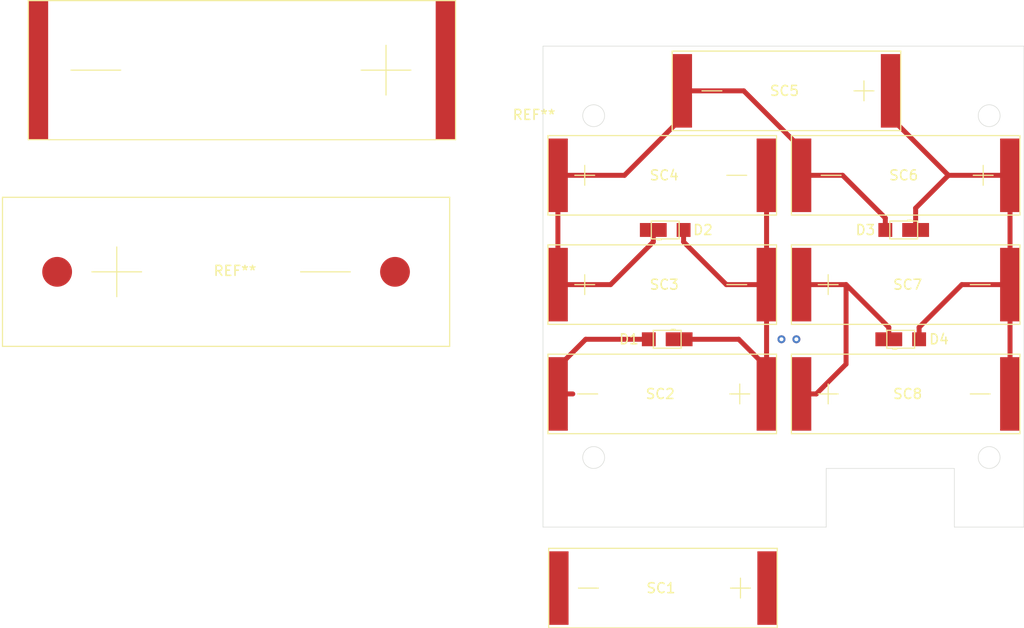
<source format=kicad_pcb>
(kicad_pcb (version 20171130) (host pcbnew "(5.1.4)-1")

  (general
    (thickness 1.6)
    (drawings 12)
    (tracks 48)
    (zones 0)
    (modules 14)
    (nets 6)
  )

  (page A4)
  (layers
    (0 F.Cu signal)
    (1 In1.Cu signal)
    (2 In2.Cu signal)
    (3 In3.Cu signal)
    (4 In4.Cu signal)
    (31 B.Cu signal)
    (32 B.Adhes user)
    (33 F.Adhes user)
    (34 B.Paste user)
    (35 F.Paste user)
    (36 B.SilkS user)
    (37 F.SilkS user)
    (38 B.Mask user)
    (39 F.Mask user)
    (40 Dwgs.User user)
    (41 Cmts.User user)
    (42 Eco1.User user)
    (43 Eco2.User user)
    (44 Edge.Cuts user)
    (45 Margin user)
    (46 B.CrtYd user)
    (47 F.CrtYd user)
    (48 B.Fab user)
    (49 F.Fab user)
  )

  (setup
    (last_trace_width 0.25)
    (user_trace_width 0.127)
    (user_trace_width 0.5)
    (user_trace_width 1)
    (trace_clearance 0.2)
    (zone_clearance 0.508)
    (zone_45_only no)
    (trace_min 0.2)
    (via_size 0.8)
    (via_drill 0.4)
    (via_min_size 0.4)
    (via_min_drill 0.3)
    (uvia_size 0.3)
    (uvia_drill 0.1)
    (uvias_allowed no)
    (uvia_min_size 0.2)
    (uvia_min_drill 0.1)
    (edge_width 0.05)
    (segment_width 0.2)
    (pcb_text_width 0.3)
    (pcb_text_size 1.5 1.5)
    (mod_edge_width 0.12)
    (mod_text_size 1 1)
    (mod_text_width 0.15)
    (pad_size 2.7 1.4)
    (pad_drill 0)
    (pad_to_mask_clearance 0.051)
    (solder_mask_min_width 0.25)
    (aux_axis_origin 0 0)
    (visible_elements 7FFFFFFF)
    (pcbplotparams
      (layerselection 0x010fc_ffffffff)
      (usegerberextensions false)
      (usegerberattributes false)
      (usegerberadvancedattributes false)
      (creategerberjobfile false)
      (excludeedgelayer true)
      (linewidth 0.100000)
      (plotframeref false)
      (viasonmask false)
      (mode 1)
      (useauxorigin false)
      (hpglpennumber 1)
      (hpglpenspeed 20)
      (hpglpendiameter 15.000000)
      (psnegative false)
      (psa4output false)
      (plotreference true)
      (plotvalue true)
      (plotinvisibletext false)
      (padsonsilk false)
      (subtractmaskfromsilk false)
      (outputformat 1)
      (mirror false)
      (drillshape 1)
      (scaleselection 1)
      (outputdirectory ""))
  )

  (net 0 "")
  (net 1 "Net-(D1-Pad2)")
  (net 2 "Net-(D1-Pad1)")
  (net 3 "Net-(D2-Pad1)")
  (net 4 "Net-(D3-Pad1)")
  (net 5 "Net-(D4-Pad1)")

  (net_class Default "This is the default net class."
    (clearance 0.2)
    (trace_width 0.25)
    (via_dia 0.8)
    (via_drill 0.4)
    (uvia_dia 0.3)
    (uvia_drill 0.1)
    (add_net "Net-(D1-Pad1)")
    (add_net "Net-(D1-Pad2)")
    (add_net "Net-(D2-Pad1)")
    (add_net "Net-(D3-Pad1)")
    (add_net "Net-(D4-Pad1)")
  )

  (module SolarCellX:SM141K04LV (layer F.Cu) (tedit 5DB0AC96) (tstamp 5DB10080)
    (at 35.6078 62.7126)
    (fp_text reference REF** (at 23.4 -0.1) (layer F.SilkS)
      (effects (font (size 1 1) (thickness 0.15)))
    )
    (fp_text value SM141K04LV (at 23.4 -5.6) (layer F.Fab)
      (effects (font (size 1 1) (thickness 0.15)))
    )
    (fp_line (start 30 0) (end 35 0) (layer F.SilkS) (width 0.12))
    (fp_line (start 9 0) (end 14 0) (layer F.SilkS) (width 0.12))
    (fp_line (start 11.5 -2.5) (end 11.5 2.5) (layer F.SilkS) (width 0.12))
    (fp_line (start 45 7.5) (end 0 7.5) (layer F.SilkS) (width 0.12))
    (fp_line (start 45 7.5) (end 45 -7.5) (layer F.SilkS) (width 0.12))
    (fp_line (start 0 -7.5) (end 45 -7.5) (layer F.SilkS) (width 0.12))
    (fp_line (start 0 7.5) (end 0 -7.5) (layer F.SilkS) (width 0.12))
    (pad 2 smd circle (at 39.5 0) (size 3 3) (layers F.Cu F.Paste F.Mask))
    (pad 1 smd circle (at 5.5 0) (size 3 3) (layers F.Cu F.Paste F.Mask))
  )

  (module SolarCellX:SM111K04L (layer F.Cu) (tedit 5DB0ADC4) (tstamp 5DB0FFEC)
    (at 81.2038 42.418 180)
    (fp_text reference REF** (at -7.9 -4.5) (layer F.SilkS)
      (effects (font (size 1 1) (thickness 0.15)))
    )
    (fp_text value SM111K04L (at -7.9 -5.5) (layer F.Fab)
      (effects (font (size 1 1) (thickness 0.15)))
    )
    (fp_line (start 33.7 0) (end 38.7 0) (layer F.SilkS) (width 0.12))
    (fp_line (start 4.5 0) (end 9.5 0) (layer F.SilkS) (width 0.12))
    (fp_line (start 7 -2.5) (end 7 2.5) (layer F.SilkS) (width 0.12))
    (fp_line (start 0 7) (end 43 7) (layer F.SilkS) (width 0.12))
    (fp_line (start 43 -7) (end 43 7) (layer F.SilkS) (width 0.12))
    (fp_line (start 0 -7) (end 43 -7) (layer F.SilkS) (width 0.12))
    (fp_line (start 0 7) (end 0 -7) (layer F.SilkS) (width 0.12))
    (pad 2 smd rect (at 42 0 180) (size 2 14) (layers F.Cu F.Paste F.Mask))
    (pad 1 smd rect (at 1 0 180) (size 2 14) (layers F.Cu F.Paste F.Mask))
  )

  (module SolarCellX:KXOB25-05X3F (layer F.Cu) (tedit 5DADF49B) (tstamp 5DAEAB85)
    (at 116 75)
    (path /5DAF4610)
    (fp_text reference SC8 (at 10.7 0) (layer F.SilkS)
      (effects (font (size 1 1) (thickness 0.15)))
    )
    (fp_text value KXOB25-05X3F (at 10.3 -2) (layer F.Fab)
      (effects (font (size 1 1) (thickness 0.15)))
    )
    (fp_line (start 17 0) (end 19 0) (layer F.SilkS) (width 0.12))
    (fp_line (start 1.7 0) (end 3.7 0) (layer F.SilkS) (width 0.12))
    (fp_line (start 2.7 -1) (end 2.7 1) (layer F.SilkS) (width 0.12))
    (fp_line (start -1 4) (end -1 -4) (layer F.SilkS) (width 0.12))
    (fp_line (start 22 4) (end -1 4) (layer F.SilkS) (width 0.12))
    (fp_line (start 22 -4) (end 22 4) (layer F.SilkS) (width 0.12))
    (fp_line (start -1 -4) (end 22 -4) (layer F.SilkS) (width 0.12))
    (pad 2 smd rect (at 21 0) (size 2 7.4) (layers F.Cu F.Paste F.Mask)
      (net 4 "Net-(D3-Pad1)"))
    (pad 1 smd rect (at 0 0) (size 2 7.4) (layers F.Cu F.Paste F.Mask)
      (net 5 "Net-(D4-Pad1)"))
  )

  (module SolarCellX:KXOB25-05X3F (layer F.Cu) (tedit 5DADF49B) (tstamp 5DAEB173)
    (at 116 64)
    (path /5DAF4616)
    (fp_text reference SC7 (at 10.7 0) (layer F.SilkS)
      (effects (font (size 1 1) (thickness 0.15)))
    )
    (fp_text value KXOB25-05X3F (at 10.3 -1.5) (layer F.Fab)
      (effects (font (size 1 1) (thickness 0.15)))
    )
    (fp_line (start 17 0) (end 19 0) (layer F.SilkS) (width 0.12))
    (fp_line (start 1.7 0) (end 3.7 0) (layer F.SilkS) (width 0.12))
    (fp_line (start 2.7 -1) (end 2.7 1) (layer F.SilkS) (width 0.12))
    (fp_line (start -1 4) (end -1 -4) (layer F.SilkS) (width 0.12))
    (fp_line (start 22 4) (end -1 4) (layer F.SilkS) (width 0.12))
    (fp_line (start 22 -4) (end 22 4) (layer F.SilkS) (width 0.12))
    (fp_line (start -1 -4) (end 22 -4) (layer F.SilkS) (width 0.12))
    (pad 2 smd rect (at 21 0) (size 2 7.4) (layers F.Cu F.Paste F.Mask)
      (net 4 "Net-(D3-Pad1)"))
    (pad 1 smd rect (at 0 0) (size 2 7.4) (layers F.Cu F.Paste F.Mask)
      (net 5 "Net-(D4-Pad1)"))
  )

  (module "SolarCellX:SB Diode" (layer F.Cu) (tedit 5DADF414) (tstamp 5DAEAADB)
    (at 126 69.5)
    (path /5DAF461C)
    (fp_text reference D4 (at 3.85 0) (layer F.SilkS)
      (effects (font (size 1 1) (thickness 0.15)))
    )
    (fp_text value SBDiode (at -6.15 0) (layer F.Fab)
      (effects (font (size 1 1) (thickness 0.15)))
    )
    (fp_line (start -0.8 1) (end -0.4 1) (layer F.SilkS) (width 0.12))
    (fp_line (start -1.4 -0.9) (end 1.4 -0.9) (layer F.SilkS) (width 0.12))
    (fp_line (start -1.4 0.9) (end -1.4 -0.9) (layer F.SilkS) (width 0.12))
    (fp_line (start 1.4 0.9) (end -1.4 0.9) (layer F.SilkS) (width 0.12))
    (fp_line (start 1.4 -0.9) (end 1.4 0.9) (layer F.SilkS) (width 0.12))
    (pad 2 smd rect (at 1.85 0) (size 1.4 1.4) (layers F.Cu F.Paste F.Mask)
      (net 4 "Net-(D3-Pad1)"))
    (pad 1 smd rect (at -1.2 0) (size 2.7 1.4) (layers F.Cu F.Paste F.Mask)
      (net 5 "Net-(D4-Pad1)"))
  )

  (module SolarCellX:KXOB25-05X3F (layer F.Cu) (tedit 5DADF49B) (tstamp 5DAEA8D9)
    (at 112.5 75 180)
    (path /5DAE7285)
    (fp_text reference SC2 (at 10.7 0) (layer F.SilkS)
      (effects (font (size 1 1) (thickness 0.15)))
    )
    (fp_text value KXOB25-05X3F (at 10.3 -1.5) (layer F.Fab)
      (effects (font (size 1 1) (thickness 0.15)))
    )
    (fp_line (start 17 0) (end 19 0) (layer F.SilkS) (width 0.12))
    (fp_line (start 1.7 0) (end 3.7 0) (layer F.SilkS) (width 0.12))
    (fp_line (start 2.7 -1) (end 2.7 1) (layer F.SilkS) (width 0.12))
    (fp_line (start -1 4) (end -1 -4) (layer F.SilkS) (width 0.12))
    (fp_line (start 22 4) (end -1 4) (layer F.SilkS) (width 0.12))
    (fp_line (start 22 -4) (end 22 4) (layer F.SilkS) (width 0.12))
    (fp_line (start -1 -4) (end 22 -4) (layer F.SilkS) (width 0.12))
    (pad 2 smd rect (at 21 0 180) (size 2 7.4) (layers F.Cu F.Paste F.Mask)
      (net 1 "Net-(D1-Pad2)"))
    (pad 1 smd rect (at 0 0 180) (size 2 7.4) (layers F.Cu F.Paste F.Mask)
      (net 2 "Net-(D1-Pad1)"))
  )

  (module SolarCellX:KXOB25-05X3F (layer F.Cu) (tedit 5DADF49B) (tstamp 5DAEA8CC)
    (at 91.5 53)
    (path /5DAE6992)
    (fp_text reference SC4 (at 10.7 0 180) (layer F.SilkS)
      (effects (font (size 1 1) (thickness 0.15)))
    )
    (fp_text value KXOB25-05X3F (at 10.3 -1.5) (layer F.Fab)
      (effects (font (size 1 1) (thickness 0.15)))
    )
    (fp_line (start 17 0) (end 19 0) (layer F.SilkS) (width 0.12))
    (fp_line (start 1.7 0) (end 3.7 0) (layer F.SilkS) (width 0.12))
    (fp_line (start 2.7 -1) (end 2.7 1) (layer F.SilkS) (width 0.12))
    (fp_line (start -1 4) (end -1 -4) (layer F.SilkS) (width 0.12))
    (fp_line (start 22 4) (end -1 4) (layer F.SilkS) (width 0.12))
    (fp_line (start 22 -4) (end 22 4) (layer F.SilkS) (width 0.12))
    (fp_line (start -1 -4) (end 22 -4) (layer F.SilkS) (width 0.12))
    (pad 2 smd rect (at 21 0) (size 2 7.4) (layers F.Cu F.Paste F.Mask)
      (net 2 "Net-(D1-Pad1)"))
    (pad 1 smd rect (at 0 0) (size 2 7.4) (layers F.Cu F.Paste F.Mask)
      (net 3 "Net-(D2-Pad1)"))
  )

  (module SolarCellX:KXOB25-05X3F (layer F.Cu) (tedit 5DADF49B) (tstamp 5DAEA8BF)
    (at 137 53 180)
    (path /5DAE79B4)
    (fp_text reference SC6 (at 10.7 0) (layer F.SilkS)
      (effects (font (size 1 1) (thickness 0.15)))
    )
    (fp_text value KXOB25-05X3F (at 10.5 -1.5) (layer F.Fab)
      (effects (font (size 1 1) (thickness 0.15)))
    )
    (fp_line (start 17 0) (end 19 0) (layer F.SilkS) (width 0.12))
    (fp_line (start 1.7 0) (end 3.7 0) (layer F.SilkS) (width 0.12))
    (fp_line (start 2.7 -1) (end 2.7 1) (layer F.SilkS) (width 0.12))
    (fp_line (start -1 4) (end -1 -4) (layer F.SilkS) (width 0.12))
    (fp_line (start 22 4) (end -1 4) (layer F.SilkS) (width 0.12))
    (fp_line (start 22 -4) (end 22 4) (layer F.SilkS) (width 0.12))
    (fp_line (start -1 -4) (end 22 -4) (layer F.SilkS) (width 0.12))
    (pad 2 smd rect (at 21 0 180) (size 2 7.4) (layers F.Cu F.Paste F.Mask)
      (net 3 "Net-(D2-Pad1)"))
    (pad 1 smd rect (at 0 0 180) (size 2 7.4) (layers F.Cu F.Paste F.Mask)
      (net 4 "Net-(D3-Pad1)"))
  )

  (module SolarCellX:KXOB25-05X3F (layer F.Cu) (tedit 5DADF49B) (tstamp 5DAEA8B2)
    (at 112.5728 94.5388 180)
    (path /5DAE6E79)
    (fp_text reference SC1 (at 10.7 0) (layer F.SilkS)
      (effects (font (size 1 1) (thickness 0.15)))
    )
    (fp_text value KXOB25-05X3F (at 10.3 -1.5) (layer F.Fab)
      (effects (font (size 1 1) (thickness 0.15)))
    )
    (fp_line (start 17 0) (end 19 0) (layer F.SilkS) (width 0.12))
    (fp_line (start 1.7 0) (end 3.7 0) (layer F.SilkS) (width 0.12))
    (fp_line (start 2.7 -1) (end 2.7 1) (layer F.SilkS) (width 0.12))
    (fp_line (start -1 4) (end -1 -4) (layer F.SilkS) (width 0.12))
    (fp_line (start 22 4) (end -1 4) (layer F.SilkS) (width 0.12))
    (fp_line (start 22 -4) (end 22 4) (layer F.SilkS) (width 0.12))
    (fp_line (start -1 -4) (end 22 -4) (layer F.SilkS) (width 0.12))
    (pad 2 smd rect (at 21 0 180) (size 2 7.4) (layers F.Cu F.Paste F.Mask)
      (net 1 "Net-(D1-Pad2)"))
    (pad 1 smd rect (at 0 0 180) (size 2 7.4) (layers F.Cu F.Paste F.Mask)
      (net 2 "Net-(D1-Pad1)"))
  )

  (module SolarCellX:KXOB25-05X3F (layer F.Cu) (tedit 5DADF49B) (tstamp 5DAEA8A5)
    (at 125 44.5 180)
    (path /5DAE788A)
    (fp_text reference SC5 (at 10.7 0) (layer F.SilkS)
      (effects (font (size 1 1) (thickness 0.15)))
    )
    (fp_text value KXOB25-05X3F (at 10.3 -1.5) (layer F.Fab)
      (effects (font (size 1 1) (thickness 0.15)))
    )
    (fp_line (start 17 0) (end 19 0) (layer F.SilkS) (width 0.12))
    (fp_line (start 1.7 0) (end 3.7 0) (layer F.SilkS) (width 0.12))
    (fp_line (start 2.7 -1) (end 2.7 1) (layer F.SilkS) (width 0.12))
    (fp_line (start -1 4) (end -1 -4) (layer F.SilkS) (width 0.12))
    (fp_line (start 22 4) (end -1 4) (layer F.SilkS) (width 0.12))
    (fp_line (start 22 -4) (end 22 4) (layer F.SilkS) (width 0.12))
    (fp_line (start -1 -4) (end 22 -4) (layer F.SilkS) (width 0.12))
    (pad 2 smd rect (at 21 0 180) (size 2 7.4) (layers F.Cu F.Paste F.Mask)
      (net 3 "Net-(D2-Pad1)"))
    (pad 1 smd rect (at 0 0 180) (size 2 7.4) (layers F.Cu F.Paste F.Mask)
      (net 4 "Net-(D3-Pad1)"))
  )

  (module SolarCellX:KXOB25-05X3F (layer F.Cu) (tedit 5DADF49B) (tstamp 5DAEA898)
    (at 91.5 64)
    (path /5DADFBE5)
    (fp_text reference SC3 (at 10.7 0) (layer F.SilkS)
      (effects (font (size 1 1) (thickness 0.15)))
    )
    (fp_text value KXOB25-05X3F (at 10 -2) (layer F.Fab)
      (effects (font (size 1 1) (thickness 0.15)))
    )
    (fp_line (start 17 0) (end 19 0) (layer F.SilkS) (width 0.12))
    (fp_line (start 1.7 0) (end 3.7 0) (layer F.SilkS) (width 0.12))
    (fp_line (start 2.7 -1) (end 2.7 1) (layer F.SilkS) (width 0.12))
    (fp_line (start -1 4) (end -1 -4) (layer F.SilkS) (width 0.12))
    (fp_line (start 22 4) (end -1 4) (layer F.SilkS) (width 0.12))
    (fp_line (start 22 -4) (end 22 4) (layer F.SilkS) (width 0.12))
    (fp_line (start -1 -4) (end 22 -4) (layer F.SilkS) (width 0.12))
    (pad 2 smd rect (at 21 0) (size 2 7.4) (layers F.Cu F.Paste F.Mask)
      (net 2 "Net-(D1-Pad1)"))
    (pad 1 smd rect (at 0 0) (size 2 7.4) (layers F.Cu F.Paste F.Mask)
      (net 3 "Net-(D2-Pad1)"))
  )

  (module "SolarCellX:SB Diode" (layer F.Cu) (tedit 5DAE3646) (tstamp 5DAEA88B)
    (at 102.5 69.5 180)
    (path /5DAE9C11)
    (fp_text reference D1 (at 3.85 0) (layer F.SilkS)
      (effects (font (size 1 1) (thickness 0.15)))
    )
    (fp_text value SBDiode (at -6.15 0) (layer F.Fab)
      (effects (font (size 1 1) (thickness 0.15)))
    )
    (fp_line (start -0.8 1) (end -0.4 1) (layer F.SilkS) (width 0.12))
    (fp_line (start -1.4 -0.9) (end 1.4 -0.9) (layer F.SilkS) (width 0.12))
    (fp_line (start -1.4 0.9) (end -1.4 -0.9) (layer F.SilkS) (width 0.12))
    (fp_line (start 1.4 0.9) (end -1.4 0.9) (layer F.SilkS) (width 0.12))
    (fp_line (start 1.4 -0.9) (end 1.4 0.9) (layer F.SilkS) (width 0.12))
    (pad 2 smd rect (at 1.85 0 180) (size 1.4 1.4) (layers F.Cu F.Paste F.Mask)
      (net 1 "Net-(D1-Pad2)"))
    (pad 1 smd rect (at -1.2 0 180) (size 2.7 1.4) (layers F.Cu F.Paste F.Mask)
      (net 2 "Net-(D1-Pad1)"))
  )

  (module "SolarCellX:SB Diode" (layer F.Cu) (tedit 5DADF414) (tstamp 5DAEA880)
    (at 102.3 58.5)
    (path /5DAE97C8)
    (fp_text reference D2 (at 3.8 0) (layer F.SilkS)
      (effects (font (size 1 1) (thickness 0.15)))
    )
    (fp_text value SBDiode (at -6.2 0) (layer F.Fab)
      (effects (font (size 1 1) (thickness 0.15)))
    )
    (fp_line (start -0.8 1) (end -0.4 1) (layer F.SilkS) (width 0.12))
    (fp_line (start -1.4 -0.9) (end 1.4 -0.9) (layer F.SilkS) (width 0.12))
    (fp_line (start -1.4 0.9) (end -1.4 -0.9) (layer F.SilkS) (width 0.12))
    (fp_line (start 1.4 0.9) (end -1.4 0.9) (layer F.SilkS) (width 0.12))
    (fp_line (start 1.4 -0.9) (end 1.4 0.9) (layer F.SilkS) (width 0.12))
    (pad 2 smd rect (at 1.85 0) (size 1.4 1.4) (layers F.Cu F.Paste F.Mask)
      (net 2 "Net-(D1-Pad1)"))
    (pad 1 smd rect (at -1.2 0) (size 2.7 1.4) (layers F.Cu F.Paste F.Mask)
      (net 3 "Net-(D2-Pad1)"))
  )

  (module "SolarCellX:SB Diode" (layer F.Cu) (tedit 5DADF414) (tstamp 5DAEA875)
    (at 126.3 58.5 180)
    (path /5DAE8800)
    (fp_text reference D3 (at 3.85 0) (layer F.SilkS)
      (effects (font (size 1 1) (thickness 0.15)))
    )
    (fp_text value SBDiode (at -6.15 0) (layer F.Fab)
      (effects (font (size 1 1) (thickness 0.15)))
    )
    (fp_line (start -0.8 1) (end -0.4 1) (layer F.SilkS) (width 0.12))
    (fp_line (start -1.4 -0.9) (end 1.4 -0.9) (layer F.SilkS) (width 0.12))
    (fp_line (start -1.4 0.9) (end -1.4 -0.9) (layer F.SilkS) (width 0.12))
    (fp_line (start 1.4 0.9) (end -1.4 0.9) (layer F.SilkS) (width 0.12))
    (fp_line (start 1.4 -0.9) (end 1.4 0.9) (layer F.SilkS) (width 0.12))
    (pad 2 smd rect (at 1.85 0 180) (size 1.4 1.4) (layers F.Cu F.Paste F.Mask)
      (net 3 "Net-(D2-Pad1)"))
    (pad 1 smd rect (at -1.2 0 180) (size 2.7 1.4) (layers F.Cu F.Paste F.Mask)
      (net 4 "Net-(D3-Pad1)"))
  )

  (gr_line (start 138.4 88.4) (end 131.4 88.4) (layer Edge.Cuts) (width 0.05))
  (gr_line (start 131.4 88.4) (end 131.4 82.5) (layer Edge.Cuts) (width 0.05))
  (gr_line (start 131.4 82.5) (end 118.5 82.5) (layer Edge.Cuts) (width 0.05))
  (gr_line (start 118.5 82.5) (end 118.5 88.4) (layer Edge.Cuts) (width 0.05))
  (gr_circle (center 95.1 81.4) (end 96.2 81.4) (layer Edge.Cuts) (width 0.05))
  (gr_circle (center 134.9 81.4) (end 136 81.4) (layer Edge.Cuts) (width 0.05))
  (gr_circle (center 134.9 47) (end 136 47) (layer Edge.Cuts) (width 0.05))
  (gr_circle (center 95.1 47) (end 96.2 47) (layer Edge.Cuts) (width 0.05))
  (gr_line (start 118.5 88.4) (end 90 88.4) (layer Edge.Cuts) (width 0.05))
  (gr_line (start 90 88.4) (end 90 40) (layer Edge.Cuts) (width 0.05) (tstamp 5DAE3ED1))
  (gr_line (start 138.4 40) (end 138.4 88.4) (layer Edge.Cuts) (width 0.05))
  (gr_line (start 90 40) (end 138.4 40) (layer Edge.Cuts) (width 0.05))

  (via (at 114 69.5) (size 0.8) (drill 0.4) (layers F.Cu B.Cu) (net 0))
  (via (at 115.5 69.5) (size 0.8) (drill 0.4) (layers F.Cu B.Cu) (net 0))
  (segment (start 91.5 75) (end 93 75) (width 0.5) (layer F.Cu) (net 1))
  (segment (start 91.5 72.3) (end 91.5 75) (width 0.5) (layer F.Cu) (net 1))
  (segment (start 94.3 69.5) (end 91.5 72.3) (width 0.5) (layer F.Cu) (net 1))
  (segment (start 100.65 69.5) (end 94.3 69.5) (width 0.5) (layer F.Cu) (net 1))
  (segment (start 112.5 75) (end 112.5 77.7) (width 0.5) (layer F.Cu) (net 2))
  (segment (start 112.5 72.3) (end 112.5 75) (width 0.5) (layer F.Cu) (net 2))
  (segment (start 109.7 69.5) (end 112.5 72.3) (width 0.5) (layer F.Cu) (net 2))
  (segment (start 103.7 69.5) (end 109.7 69.5) (width 0.5) (layer F.Cu) (net 2))
  (segment (start 112.5 70.8) (end 112.5 64) (width 0.5) (layer F.Cu) (net 2))
  (segment (start 112.5 75) (end 112.5 70.8) (width 0.5) (layer F.Cu) (net 2))
  (segment (start 104.15 59.7) (end 104.15 58.5) (width 0.5) (layer F.Cu) (net 2))
  (segment (start 108.45 64) (end 104.15 59.7) (width 0.5) (layer F.Cu) (net 2))
  (segment (start 112.5 64) (end 108.45 64) (width 0.5) (layer F.Cu) (net 2))
  (segment (start 112.5 57.2) (end 112.5 64) (width 0.5) (layer F.Cu) (net 2))
  (segment (start 112.5 53) (end 112.5 57.2) (width 0.5) (layer F.Cu) (net 2))
  (segment (start 101.1 59.7) (end 101.1 58.5) (width 0.5) (layer F.Cu) (net 3))
  (segment (start 96.8 64) (end 101.1 59.7) (width 0.5) (layer F.Cu) (net 3))
  (segment (start 91.5 64) (end 96.8 64) (width 0.5) (layer F.Cu) (net 3))
  (segment (start 91.5 64) (end 91.5 53) (width 0.5) (layer F.Cu) (net 3))
  (segment (start 104 47.2) (end 104 44.5) (width 0.5) (layer F.Cu) (net 3))
  (segment (start 98.2 53) (end 104 47.2) (width 0.5) (layer F.Cu) (net 3))
  (segment (start 91.5 53) (end 98.2 53) (width 0.5) (layer F.Cu) (net 3))
  (segment (start 116 50.3) (end 116 53) (width 0.5) (layer F.Cu) (net 3))
  (segment (start 110.2 44.5) (end 116 50.3) (width 0.5) (layer F.Cu) (net 3))
  (segment (start 104 44.5) (end 110.2 44.5) (width 0.5) (layer F.Cu) (net 3))
  (segment (start 124.45 57.3) (end 124.45 58.5) (width 0.5) (layer F.Cu) (net 3))
  (segment (start 120.15 53) (end 124.45 57.3) (width 0.5) (layer F.Cu) (net 3))
  (segment (start 116 53) (end 120.15 53) (width 0.5) (layer F.Cu) (net 3))
  (segment (start 125 47.2) (end 125 44.5) (width 0.5) (layer F.Cu) (net 4))
  (segment (start 130.8 53) (end 125 47.2) (width 0.5) (layer F.Cu) (net 4))
  (segment (start 137 53) (end 130.8 53) (width 0.5) (layer F.Cu) (net 4))
  (segment (start 127.5 56.3) (end 127.5 58.5) (width 0.5) (layer F.Cu) (net 4))
  (segment (start 130.8 53) (end 127.5 56.3) (width 0.5) (layer F.Cu) (net 4))
  (segment (start 137 57.2) (end 137 64) (width 0.5) (layer F.Cu) (net 4))
  (segment (start 137 53) (end 137 57.2) (width 0.5) (layer F.Cu) (net 4))
  (segment (start 127.85 68.3) (end 127.85 69.5) (width 0.5) (layer F.Cu) (net 4))
  (segment (start 132.15 64) (end 127.85 68.3) (width 0.5) (layer F.Cu) (net 4))
  (segment (start 137 64) (end 132.15 64) (width 0.5) (layer F.Cu) (net 4))
  (segment (start 137 68.2) (end 137 75) (width 0.5) (layer F.Cu) (net 4))
  (segment (start 137 64) (end 137 68.2) (width 0.5) (layer F.Cu) (net 4))
  (segment (start 124.8 68.3) (end 124.8 69.5) (width 0.5) (layer F.Cu) (net 5))
  (segment (start 120.5 64) (end 124.8 68.3) (width 0.5) (layer F.Cu) (net 5))
  (segment (start 116 64) (end 120.5 64) (width 0.5) (layer F.Cu) (net 5))
  (segment (start 120.5 72) (end 120.5 64) (width 0.5) (layer F.Cu) (net 5))
  (segment (start 117.5 75) (end 120.5 72) (width 0.5) (layer F.Cu) (net 5))
  (segment (start 116 75) (end 117.5 75) (width 0.5) (layer F.Cu) (net 5))

)

</source>
